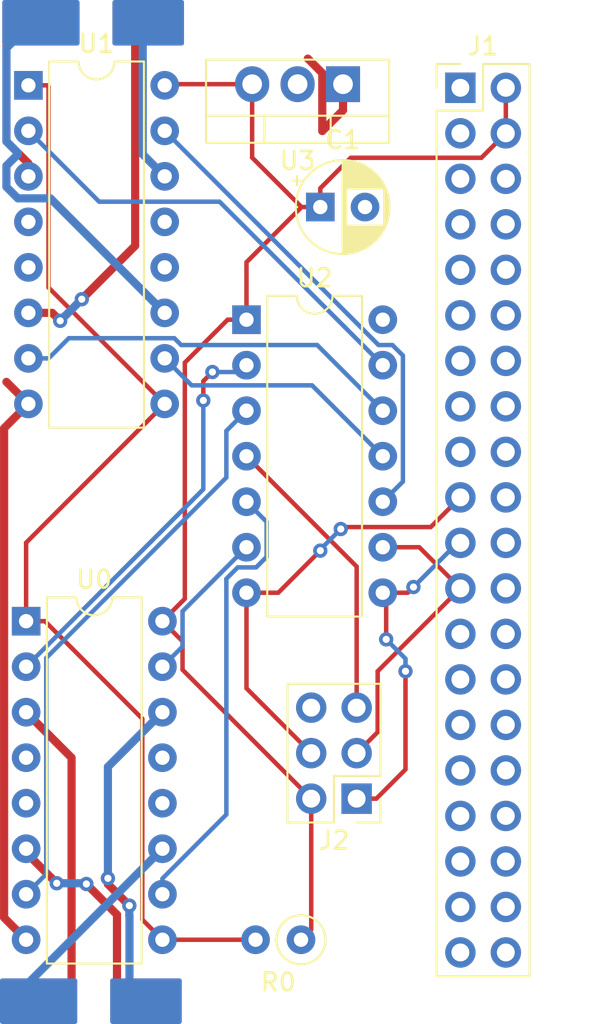
<source format=kicad_pcb>
(kicad_pcb (version 20171130) (host pcbnew 5.1.5-52549c5~86~ubuntu18.04.1)

  (general
    (thickness 1.6)
    (drawings 0)
    (tracks 171)
    (zones 0)
    (modules 8)
    (nets 52)
  )

  (page A4)
  (layers
    (0 F.Cu signal)
    (31 B.Cu signal)
    (32 B.Adhes user)
    (33 F.Adhes user)
    (34 B.Paste user)
    (35 F.Paste user)
    (36 B.SilkS user)
    (37 F.SilkS user)
    (38 B.Mask user)
    (39 F.Mask user)
    (40 Dwgs.User user)
    (41 Cmts.User user)
    (42 Eco1.User user)
    (43 Eco2.User user)
    (44 Edge.Cuts user)
    (45 Margin user)
    (46 B.CrtYd user)
    (47 F.CrtYd user)
    (48 B.Fab user)
    (49 F.Fab user)
  )

  (setup
    (last_trace_width 0.4572)
    (user_trace_width 0.4572)
    (trace_clearance 0.2)
    (zone_clearance 0.508)
    (zone_45_only no)
    (trace_min 0.2)
    (via_size 0.8)
    (via_drill 0.4)
    (via_min_size 0.4)
    (via_min_drill 0.3)
    (uvia_size 0.3)
    (uvia_drill 0.1)
    (uvias_allowed no)
    (uvia_min_size 0.2)
    (uvia_min_drill 0.1)
    (edge_width 0.05)
    (segment_width 0.2)
    (pcb_text_width 0.3)
    (pcb_text_size 1.5 1.5)
    (mod_edge_width 0.12)
    (mod_text_size 1 1)
    (mod_text_width 0.15)
    (pad_size 1.524 1.524)
    (pad_drill 0.762)
    (pad_to_mask_clearance 0.051)
    (solder_mask_min_width 0.25)
    (aux_axis_origin 0 0)
    (visible_elements FFFFFF7F)
    (pcbplotparams
      (layerselection 0x010fc_ffffffff)
      (usegerberextensions false)
      (usegerberattributes false)
      (usegerberadvancedattributes false)
      (creategerberjobfile false)
      (excludeedgelayer true)
      (linewidth 0.100000)
      (plotframeref false)
      (viasonmask false)
      (mode 1)
      (useauxorigin false)
      (hpglpennumber 1)
      (hpglpenspeed 20)
      (hpglpendiameter 15.000000)
      (psnegative false)
      (psa4output false)
      (plotreference true)
      (plotvalue true)
      (plotinvisibletext false)
      (padsonsilk false)
      (subtractmaskfromsilk false)
      (outputformat 1)
      (mirror false)
      (drillshape 1)
      (scaleselection 1)
      (outputdirectory ""))
  )

  (net 0 "")
  (net 1 GND)
  (net 2 VCC)
  (net 3 "Net-(J1-Pad40)")
  (net 4 "Net-(J1-Pad38)")
  (net 5 "Net-(J1-Pad37)")
  (net 6 "Net-(J1-Pad36)")
  (net 7 "Net-(J1-Pad35)")
  (net 8 "Net-(J1-Pad33)")
  (net 9 "Net-(J1-Pad32)")
  (net 10 "Net-(J1-Pad31)")
  (net 11 "Net-(J1-Pad29)")
  (net 12 "Net-(J1-Pad28)")
  (net 13 "Net-(J1-Pad27)")
  (net 14 "Net-(J1-Pad26)")
  (net 15 "Net-(J1-Pad24)")
  (net 16 SCK)
  (net 17 "Net-(J1-Pad22)")
  (net 18 MISO)
  (net 19 MOSI)
  (net 20 "Net-(J1-Pad18)")
  (net 21 "Net-(J1-Pad17)")
  (net 22 "Net-(J1-Pad16)")
  (net 23 "Net-(J1-Pad15)")
  (net 24 "Net-(J1-Pad13)")
  (net 25 "Net-(J1-Pad12)")
  (net 26 "Net-(J1-Pad11)")
  (net 27 "Net-(J1-Pad10)")
  (net 28 "Net-(J1-Pad8)")
  (net 29 "Net-(J1-Pad7)")
  (net 30 "Net-(J1-Pad5)")
  (net 31 "Net-(J1-Pad3)")
  (net 32 "Net-(J1-Pad1)")
  (net 33 RST)
  (net 34 "Net-(R0-Pad2)")
  (net 35 M0-coil1-1)
  (net 36 M0-coil0-1)
  (net 37 M0-coil1-b)
  (net 38 M0-coil0-b)
  (net 39 M0-coil1-a)
  (net 40 M0-coil0-a)
  (net 41 M0-coil1-0)
  (net 42 M0-coil0-0)
  (net 43 M1-coil1-1)
  (net 44 M1-coil0-1)
  (net 45 M1-coil1-b)
  (net 46 M1-coil0-b)
  (net 47 M1-coil1-a)
  (net 48 M1-coil0-a)
  (net 49 M1-coil1-0)
  (net 50 M1-coil0-0)
  (net 51 VDC)

  (net_class Default "This is the default net class."
    (clearance 0.2)
    (trace_width 0.25)
    (via_dia 0.8)
    (via_drill 0.4)
    (uvia_dia 0.3)
    (uvia_drill 0.1)
    (add_net GND)
    (add_net M0-coil0-0)
    (add_net M0-coil0-1)
    (add_net M0-coil0-a)
    (add_net M0-coil0-b)
    (add_net M0-coil1-0)
    (add_net M0-coil1-1)
    (add_net M0-coil1-a)
    (add_net M0-coil1-b)
    (add_net M1-coil0-0)
    (add_net M1-coil0-1)
    (add_net M1-coil0-a)
    (add_net M1-coil0-b)
    (add_net M1-coil1-0)
    (add_net M1-coil1-1)
    (add_net M1-coil1-a)
    (add_net M1-coil1-b)
    (add_net MISO)
    (add_net MOSI)
    (add_net "Net-(J1-Pad1)")
    (add_net "Net-(J1-Pad10)")
    (add_net "Net-(J1-Pad11)")
    (add_net "Net-(J1-Pad12)")
    (add_net "Net-(J1-Pad13)")
    (add_net "Net-(J1-Pad15)")
    (add_net "Net-(J1-Pad16)")
    (add_net "Net-(J1-Pad17)")
    (add_net "Net-(J1-Pad18)")
    (add_net "Net-(J1-Pad22)")
    (add_net "Net-(J1-Pad24)")
    (add_net "Net-(J1-Pad26)")
    (add_net "Net-(J1-Pad27)")
    (add_net "Net-(J1-Pad28)")
    (add_net "Net-(J1-Pad29)")
    (add_net "Net-(J1-Pad3)")
    (add_net "Net-(J1-Pad31)")
    (add_net "Net-(J1-Pad32)")
    (add_net "Net-(J1-Pad33)")
    (add_net "Net-(J1-Pad35)")
    (add_net "Net-(J1-Pad36)")
    (add_net "Net-(J1-Pad37)")
    (add_net "Net-(J1-Pad38)")
    (add_net "Net-(J1-Pad40)")
    (add_net "Net-(J1-Pad5)")
    (add_net "Net-(J1-Pad7)")
    (add_net "Net-(J1-Pad8)")
    (add_net "Net-(R0-Pad2)")
    (add_net RST)
    (add_net SCK)
    (add_net VCC)
    (add_net VDC)
  )

  (module Package_TO_SOT_THT:TO-220-3_Vertical (layer F.Cu) (tedit 5AC8BA0D) (tstamp 5EBF12F7)
    (at 126.365 72.644 180)
    (descr "TO-220-3, Vertical, RM 2.54mm, see https://www.vishay.com/docs/66542/to-220-1.pdf")
    (tags "TO-220-3 Vertical RM 2.54mm")
    (path /5EBB398D)
    (fp_text reference U3 (at 2.54 -4.27) (layer F.SilkS)
      (effects (font (size 1 1) (thickness 0.15)))
    )
    (fp_text value L7805 (at 2.54 2.5) (layer F.Fab)
      (effects (font (size 1 1) (thickness 0.15)))
    )
    (fp_text user %R (at 2.54 -4.27) (layer F.Fab)
      (effects (font (size 1 1) (thickness 0.15)))
    )
    (fp_line (start 7.79 -3.4) (end -2.71 -3.4) (layer F.CrtYd) (width 0.05))
    (fp_line (start 7.79 1.51) (end 7.79 -3.4) (layer F.CrtYd) (width 0.05))
    (fp_line (start -2.71 1.51) (end 7.79 1.51) (layer F.CrtYd) (width 0.05))
    (fp_line (start -2.71 -3.4) (end -2.71 1.51) (layer F.CrtYd) (width 0.05))
    (fp_line (start 4.391 -3.27) (end 4.391 -1.76) (layer F.SilkS) (width 0.12))
    (fp_line (start 0.69 -3.27) (end 0.69 -1.76) (layer F.SilkS) (width 0.12))
    (fp_line (start -2.58 -1.76) (end 7.66 -1.76) (layer F.SilkS) (width 0.12))
    (fp_line (start 7.66 -3.27) (end 7.66 1.371) (layer F.SilkS) (width 0.12))
    (fp_line (start -2.58 -3.27) (end -2.58 1.371) (layer F.SilkS) (width 0.12))
    (fp_line (start -2.58 1.371) (end 7.66 1.371) (layer F.SilkS) (width 0.12))
    (fp_line (start -2.58 -3.27) (end 7.66 -3.27) (layer F.SilkS) (width 0.12))
    (fp_line (start 4.39 -3.15) (end 4.39 -1.88) (layer F.Fab) (width 0.1))
    (fp_line (start 0.69 -3.15) (end 0.69 -1.88) (layer F.Fab) (width 0.1))
    (fp_line (start -2.46 -1.88) (end 7.54 -1.88) (layer F.Fab) (width 0.1))
    (fp_line (start 7.54 -3.15) (end -2.46 -3.15) (layer F.Fab) (width 0.1))
    (fp_line (start 7.54 1.25) (end 7.54 -3.15) (layer F.Fab) (width 0.1))
    (fp_line (start -2.46 1.25) (end 7.54 1.25) (layer F.Fab) (width 0.1))
    (fp_line (start -2.46 -3.15) (end -2.46 1.25) (layer F.Fab) (width 0.1))
    (pad 3 thru_hole oval (at 5.08 0 180) (size 1.905 2) (drill 1.1) (layers *.Cu *.Mask)
      (net 2 VCC))
    (pad 2 thru_hole oval (at 2.54 0 180) (size 1.905 2) (drill 1.1) (layers *.Cu *.Mask)
      (net 1 GND))
    (pad 1 thru_hole rect (at 0 0 180) (size 1.905 2) (drill 1.1) (layers *.Cu *.Mask)
      (net 51 VDC))
    (model ${KISYS3DMOD}/Package_TO_SOT_THT.3dshapes/TO-220-3_Vertical.wrl
      (at (xyz 0 0 0))
      (scale (xyz 1 1 1))
      (rotate (xyz 0 0 0))
    )
  )

  (module Package_DIP:DIP-14_W7.62mm (layer F.Cu) (tedit 5A02E8C5) (tstamp 5EBF192C)
    (at 120.9675 85.7885)
    (descr "14-lead though-hole mounted DIP package, row spacing 7.62 mm (300 mils)")
    (tags "THT DIP DIL PDIP 2.54mm 7.62mm 300mil")
    (path /5EBF24A5)
    (fp_text reference U2 (at 3.81 -2.33) (layer F.SilkS)
      (effects (font (size 1 1) (thickness 0.15)))
    )
    (fp_text value ATtiny24A-PU (at 3.81 17.57) (layer F.Fab)
      (effects (font (size 1 1) (thickness 0.15)))
    )
    (fp_text user %R (at 3.81 7.62) (layer F.Fab)
      (effects (font (size 1 1) (thickness 0.15)))
    )
    (fp_line (start 8.7 -1.55) (end -1.1 -1.55) (layer F.CrtYd) (width 0.05))
    (fp_line (start 8.7 16.8) (end 8.7 -1.55) (layer F.CrtYd) (width 0.05))
    (fp_line (start -1.1 16.8) (end 8.7 16.8) (layer F.CrtYd) (width 0.05))
    (fp_line (start -1.1 -1.55) (end -1.1 16.8) (layer F.CrtYd) (width 0.05))
    (fp_line (start 6.46 -1.33) (end 4.81 -1.33) (layer F.SilkS) (width 0.12))
    (fp_line (start 6.46 16.57) (end 6.46 -1.33) (layer F.SilkS) (width 0.12))
    (fp_line (start 1.16 16.57) (end 6.46 16.57) (layer F.SilkS) (width 0.12))
    (fp_line (start 1.16 -1.33) (end 1.16 16.57) (layer F.SilkS) (width 0.12))
    (fp_line (start 2.81 -1.33) (end 1.16 -1.33) (layer F.SilkS) (width 0.12))
    (fp_line (start 0.635 -0.27) (end 1.635 -1.27) (layer F.Fab) (width 0.1))
    (fp_line (start 0.635 16.51) (end 0.635 -0.27) (layer F.Fab) (width 0.1))
    (fp_line (start 6.985 16.51) (end 0.635 16.51) (layer F.Fab) (width 0.1))
    (fp_line (start 6.985 -1.27) (end 6.985 16.51) (layer F.Fab) (width 0.1))
    (fp_line (start 1.635 -1.27) (end 6.985 -1.27) (layer F.Fab) (width 0.1))
    (fp_arc (start 3.81 -1.33) (end 2.81 -1.33) (angle -180) (layer F.SilkS) (width 0.12))
    (pad 14 thru_hole oval (at 7.62 0) (size 1.6 1.6) (drill 0.8) (layers *.Cu *.Mask)
      (net 1 GND))
    (pad 7 thru_hole oval (at 0 15.24) (size 1.6 1.6) (drill 0.8) (layers *.Cu *.Mask)
      (net 19 MOSI))
    (pad 13 thru_hole oval (at 7.62 2.54) (size 1.6 1.6) (drill 0.8) (layers *.Cu *.Mask)
      (net 50 M1-coil0-0))
    (pad 6 thru_hole oval (at 0 12.7) (size 1.6 1.6) (drill 0.8) (layers *.Cu *.Mask)
      (net 35 M0-coil1-1))
    (pad 12 thru_hole oval (at 7.62 5.08) (size 1.6 1.6) (drill 0.8) (layers *.Cu *.Mask)
      (net 44 M1-coil0-1))
    (pad 5 thru_hole oval (at 0 10.16) (size 1.6 1.6) (drill 0.8) (layers *.Cu *.Mask)
      (net 41 M0-coil1-0))
    (pad 11 thru_hole oval (at 7.62 7.62) (size 1.6 1.6) (drill 0.8) (layers *.Cu *.Mask)
      (net 49 M1-coil1-0))
    (pad 4 thru_hole oval (at 0 7.62) (size 1.6 1.6) (drill 0.8) (layers *.Cu *.Mask)
      (net 33 RST))
    (pad 10 thru_hole oval (at 7.62 10.16) (size 1.6 1.6) (drill 0.8) (layers *.Cu *.Mask)
      (net 43 M1-coil1-1))
    (pad 3 thru_hole oval (at 0 5.08) (size 1.6 1.6) (drill 0.8) (layers *.Cu *.Mask)
      (net 36 M0-coil0-1))
    (pad 9 thru_hole oval (at 7.62 12.7) (size 1.6 1.6) (drill 0.8) (layers *.Cu *.Mask)
      (net 16 SCK))
    (pad 2 thru_hole oval (at 0 2.54) (size 1.6 1.6) (drill 0.8) (layers *.Cu *.Mask)
      (net 42 M0-coil0-0))
    (pad 8 thru_hole oval (at 7.62 15.24) (size 1.6 1.6) (drill 0.8) (layers *.Cu *.Mask)
      (net 18 MISO))
    (pad 1 thru_hole rect (at 0 0) (size 1.6 1.6) (drill 0.8) (layers *.Cu *.Mask)
      (net 2 VCC))
    (model ${KISYS3DMOD}/Package_DIP.3dshapes/DIP-14_W7.62mm.wrl
      (at (xyz 0 0 0))
      (scale (xyz 1 1 1))
      (rotate (xyz 0 0 0))
    )
  )

  (module Package_DIP:DIP-16_W7.62mm (layer F.Cu) (tedit 5A02E8C5) (tstamp 5EBF12BB)
    (at 108.7755 72.7075)
    (descr "16-lead though-hole mounted DIP package, row spacing 7.62 mm (300 mils)")
    (tags "THT DIP DIL PDIP 2.54mm 7.62mm 300mil")
    (path /5EB7E57E)
    (fp_text reference U1 (at 3.81 -2.33) (layer F.SilkS)
      (effects (font (size 1 1) (thickness 0.15)))
    )
    (fp_text value L293D (at 3.81 20.11) (layer F.Fab)
      (effects (font (size 1 1) (thickness 0.15)))
    )
    (fp_text user %R (at 3.81 8.89) (layer F.Fab)
      (effects (font (size 1 1) (thickness 0.15)))
    )
    (fp_line (start 8.7 -1.55) (end -1.1 -1.55) (layer F.CrtYd) (width 0.05))
    (fp_line (start 8.7 19.3) (end 8.7 -1.55) (layer F.CrtYd) (width 0.05))
    (fp_line (start -1.1 19.3) (end 8.7 19.3) (layer F.CrtYd) (width 0.05))
    (fp_line (start -1.1 -1.55) (end -1.1 19.3) (layer F.CrtYd) (width 0.05))
    (fp_line (start 6.46 -1.33) (end 4.81 -1.33) (layer F.SilkS) (width 0.12))
    (fp_line (start 6.46 19.11) (end 6.46 -1.33) (layer F.SilkS) (width 0.12))
    (fp_line (start 1.16 19.11) (end 6.46 19.11) (layer F.SilkS) (width 0.12))
    (fp_line (start 1.16 -1.33) (end 1.16 19.11) (layer F.SilkS) (width 0.12))
    (fp_line (start 2.81 -1.33) (end 1.16 -1.33) (layer F.SilkS) (width 0.12))
    (fp_line (start 0.635 -0.27) (end 1.635 -1.27) (layer F.Fab) (width 0.1))
    (fp_line (start 0.635 19.05) (end 0.635 -0.27) (layer F.Fab) (width 0.1))
    (fp_line (start 6.985 19.05) (end 0.635 19.05) (layer F.Fab) (width 0.1))
    (fp_line (start 6.985 -1.27) (end 6.985 19.05) (layer F.Fab) (width 0.1))
    (fp_line (start 1.635 -1.27) (end 6.985 -1.27) (layer F.Fab) (width 0.1))
    (fp_arc (start 3.81 -1.33) (end 2.81 -1.33) (angle -180) (layer F.SilkS) (width 0.12))
    (pad 16 thru_hole oval (at 7.62 0) (size 1.6 1.6) (drill 0.8) (layers *.Cu *.Mask)
      (net 2 VCC))
    (pad 8 thru_hole oval (at 0 17.78) (size 1.6 1.6) (drill 0.8) (layers *.Cu *.Mask)
      (net 51 VDC))
    (pad 15 thru_hole oval (at 7.62 2.54) (size 1.6 1.6) (drill 0.8) (layers *.Cu *.Mask)
      (net 43 M1-coil1-1))
    (pad 7 thru_hole oval (at 0 15.24) (size 1.6 1.6) (drill 0.8) (layers *.Cu *.Mask)
      (net 44 M1-coil0-1))
    (pad 14 thru_hole oval (at 7.62 5.08) (size 1.6 1.6) (drill 0.8) (layers *.Cu *.Mask)
      (net 45 M1-coil1-b))
    (pad 6 thru_hole oval (at 0 12.7) (size 1.6 1.6) (drill 0.8) (layers *.Cu *.Mask)
      (net 46 M1-coil0-b))
    (pad 13 thru_hole oval (at 7.62 7.62) (size 1.6 1.6) (drill 0.8) (layers *.Cu *.Mask)
      (net 1 GND))
    (pad 5 thru_hole oval (at 0 10.16) (size 1.6 1.6) (drill 0.8) (layers *.Cu *.Mask)
      (net 1 GND))
    (pad 12 thru_hole oval (at 7.62 10.16) (size 1.6 1.6) (drill 0.8) (layers *.Cu *.Mask)
      (net 1 GND))
    (pad 4 thru_hole oval (at 0 7.62) (size 1.6 1.6) (drill 0.8) (layers *.Cu *.Mask)
      (net 1 GND))
    (pad 11 thru_hole oval (at 7.62 12.7) (size 1.6 1.6) (drill 0.8) (layers *.Cu *.Mask)
      (net 47 M1-coil1-a))
    (pad 3 thru_hole oval (at 0 5.08) (size 1.6 1.6) (drill 0.8) (layers *.Cu *.Mask)
      (net 48 M1-coil0-a))
    (pad 10 thru_hole oval (at 7.62 15.24) (size 1.6 1.6) (drill 0.8) (layers *.Cu *.Mask)
      (net 49 M1-coil1-0))
    (pad 2 thru_hole oval (at 0 2.54) (size 1.6 1.6) (drill 0.8) (layers *.Cu *.Mask)
      (net 50 M1-coil0-0))
    (pad 9 thru_hole oval (at 7.62 17.78) (size 1.6 1.6) (drill 0.8) (layers *.Cu *.Mask)
      (net 34 "Net-(R0-Pad2)"))
    (pad 1 thru_hole rect (at 0 0) (size 1.6 1.6) (drill 0.8) (layers *.Cu *.Mask)
      (net 34 "Net-(R0-Pad2)"))
    (model ${KISYS3DMOD}/Package_DIP.3dshapes/DIP-16_W7.62mm.wrl
      (at (xyz 0 0 0))
      (scale (xyz 1 1 1))
      (rotate (xyz 0 0 0))
    )
  )

  (module Package_DIP:DIP-16_W7.62mm (layer F.Cu) (tedit 5A02E8C5) (tstamp 5EBF1AD5)
    (at 108.6485 102.616)
    (descr "16-lead though-hole mounted DIP package, row spacing 7.62 mm (300 mils)")
    (tags "THT DIP DIL PDIP 2.54mm 7.62mm 300mil")
    (path /5EB772E1)
    (fp_text reference U0 (at 3.81 -2.33) (layer F.SilkS)
      (effects (font (size 1 1) (thickness 0.15)))
    )
    (fp_text value L293D (at 3.81 20.11) (layer F.Fab)
      (effects (font (size 1 1) (thickness 0.15)))
    )
    (fp_text user %R (at 3.81 8.89) (layer F.Fab)
      (effects (font (size 1 1) (thickness 0.15)))
    )
    (fp_line (start 8.7 -1.55) (end -1.1 -1.55) (layer F.CrtYd) (width 0.05))
    (fp_line (start 8.7 19.3) (end 8.7 -1.55) (layer F.CrtYd) (width 0.05))
    (fp_line (start -1.1 19.3) (end 8.7 19.3) (layer F.CrtYd) (width 0.05))
    (fp_line (start -1.1 -1.55) (end -1.1 19.3) (layer F.CrtYd) (width 0.05))
    (fp_line (start 6.46 -1.33) (end 4.81 -1.33) (layer F.SilkS) (width 0.12))
    (fp_line (start 6.46 19.11) (end 6.46 -1.33) (layer F.SilkS) (width 0.12))
    (fp_line (start 1.16 19.11) (end 6.46 19.11) (layer F.SilkS) (width 0.12))
    (fp_line (start 1.16 -1.33) (end 1.16 19.11) (layer F.SilkS) (width 0.12))
    (fp_line (start 2.81 -1.33) (end 1.16 -1.33) (layer F.SilkS) (width 0.12))
    (fp_line (start 0.635 -0.27) (end 1.635 -1.27) (layer F.Fab) (width 0.1))
    (fp_line (start 0.635 19.05) (end 0.635 -0.27) (layer F.Fab) (width 0.1))
    (fp_line (start 6.985 19.05) (end 0.635 19.05) (layer F.Fab) (width 0.1))
    (fp_line (start 6.985 -1.27) (end 6.985 19.05) (layer F.Fab) (width 0.1))
    (fp_line (start 1.635 -1.27) (end 6.985 -1.27) (layer F.Fab) (width 0.1))
    (fp_arc (start 3.81 -1.33) (end 2.81 -1.33) (angle -180) (layer F.SilkS) (width 0.12))
    (pad 16 thru_hole oval (at 7.62 0) (size 1.6 1.6) (drill 0.8) (layers *.Cu *.Mask)
      (net 2 VCC))
    (pad 8 thru_hole oval (at 0 17.78) (size 1.6 1.6) (drill 0.8) (layers *.Cu *.Mask)
      (net 51 VDC))
    (pad 15 thru_hole oval (at 7.62 2.54) (size 1.6 1.6) (drill 0.8) (layers *.Cu *.Mask)
      (net 35 M0-coil1-1))
    (pad 7 thru_hole oval (at 0 15.24) (size 1.6 1.6) (drill 0.8) (layers *.Cu *.Mask)
      (net 36 M0-coil0-1))
    (pad 14 thru_hole oval (at 7.62 5.08) (size 1.6 1.6) (drill 0.8) (layers *.Cu *.Mask)
      (net 37 M0-coil1-b))
    (pad 6 thru_hole oval (at 0 12.7) (size 1.6 1.6) (drill 0.8) (layers *.Cu *.Mask)
      (net 38 M0-coil0-b))
    (pad 13 thru_hole oval (at 7.62 7.62) (size 1.6 1.6) (drill 0.8) (layers *.Cu *.Mask)
      (net 1 GND))
    (pad 5 thru_hole oval (at 0 10.16) (size 1.6 1.6) (drill 0.8) (layers *.Cu *.Mask)
      (net 1 GND))
    (pad 12 thru_hole oval (at 7.62 10.16) (size 1.6 1.6) (drill 0.8) (layers *.Cu *.Mask)
      (net 1 GND))
    (pad 4 thru_hole oval (at 0 7.62) (size 1.6 1.6) (drill 0.8) (layers *.Cu *.Mask)
      (net 1 GND))
    (pad 11 thru_hole oval (at 7.62 12.7) (size 1.6 1.6) (drill 0.8) (layers *.Cu *.Mask)
      (net 39 M0-coil1-a))
    (pad 3 thru_hole oval (at 0 5.08) (size 1.6 1.6) (drill 0.8) (layers *.Cu *.Mask)
      (net 40 M0-coil0-a))
    (pad 10 thru_hole oval (at 7.62 15.24) (size 1.6 1.6) (drill 0.8) (layers *.Cu *.Mask)
      (net 41 M0-coil1-0))
    (pad 2 thru_hole oval (at 0 2.54) (size 1.6 1.6) (drill 0.8) (layers *.Cu *.Mask)
      (net 42 M0-coil0-0))
    (pad 9 thru_hole oval (at 7.62 17.78) (size 1.6 1.6) (drill 0.8) (layers *.Cu *.Mask)
      (net 34 "Net-(R0-Pad2)"))
    (pad 1 thru_hole rect (at 0 0) (size 1.6 1.6) (drill 0.8) (layers *.Cu *.Mask)
      (net 34 "Net-(R0-Pad2)"))
    (model ${KISYS3DMOD}/Package_DIP.3dshapes/DIP-16_W7.62mm.wrl
      (at (xyz 0 0 0))
      (scale (xyz 1 1 1))
      (rotate (xyz 0 0 0))
    )
  )

  (module Resistor_THT:R_Axial_DIN0207_L6.3mm_D2.5mm_P2.54mm_Vertical (layer F.Cu) (tedit 5AE5139B) (tstamp 5EBF1273)
    (at 124.0155 120.396 180)
    (descr "Resistor, Axial_DIN0207 series, Axial, Vertical, pin pitch=2.54mm, 0.25W = 1/4W, length*diameter=6.3*2.5mm^2, http://cdn-reichelt.de/documents/datenblatt/B400/1_4W%23YAG.pdf")
    (tags "Resistor Axial_DIN0207 series Axial Vertical pin pitch 2.54mm 0.25W = 1/4W length 6.3mm diameter 2.5mm")
    (path /5EB854AF)
    (fp_text reference R0 (at 1.27 -2.37) (layer F.SilkS)
      (effects (font (size 1 1) (thickness 0.15)))
    )
    (fp_text value 10K (at 1.27 2.37) (layer F.Fab)
      (effects (font (size 1 1) (thickness 0.15)))
    )
    (fp_text user %R (at 1.27 -2.37) (layer F.Fab)
      (effects (font (size 1 1) (thickness 0.15)))
    )
    (fp_line (start 3.59 -1.5) (end -1.5 -1.5) (layer F.CrtYd) (width 0.05))
    (fp_line (start 3.59 1.5) (end 3.59 -1.5) (layer F.CrtYd) (width 0.05))
    (fp_line (start -1.5 1.5) (end 3.59 1.5) (layer F.CrtYd) (width 0.05))
    (fp_line (start -1.5 -1.5) (end -1.5 1.5) (layer F.CrtYd) (width 0.05))
    (fp_line (start 1.37 0) (end 1.44 0) (layer F.SilkS) (width 0.12))
    (fp_line (start 0 0) (end 2.54 0) (layer F.Fab) (width 0.1))
    (fp_circle (center 0 0) (end 1.37 0) (layer F.SilkS) (width 0.12))
    (fp_circle (center 0 0) (end 1.25 0) (layer F.Fab) (width 0.1))
    (pad 2 thru_hole oval (at 2.54 0 180) (size 1.6 1.6) (drill 0.8) (layers *.Cu *.Mask)
      (net 34 "Net-(R0-Pad2)"))
    (pad 1 thru_hole circle (at 0 0 180) (size 1.6 1.6) (drill 0.8) (layers *.Cu *.Mask)
      (net 2 VCC))
    (model ${KISYS3DMOD}/Resistor_THT.3dshapes/R_Axial_DIN0207_L6.3mm_D2.5mm_P2.54mm_Vertical.wrl
      (at (xyz 0 0 0))
      (scale (xyz 1 1 1))
      (rotate (xyz 0 0 0))
    )
  )

  (module Connector_PinHeader_2.54mm:PinHeader_2x03_P2.54mm_Vertical (layer F.Cu) (tedit 59FED5CC) (tstamp 5EBF1A11)
    (at 127.127 112.522 180)
    (descr "Through hole straight pin header, 2x03, 2.54mm pitch, double rows")
    (tags "Through hole pin header THT 2x03 2.54mm double row")
    (path /5EBF7BFA)
    (fp_text reference J2 (at 1.27 -2.33) (layer F.SilkS)
      (effects (font (size 1 1) (thickness 0.15)))
    )
    (fp_text value Conn_02x03_Odd_Even (at 1.27 7.41) (layer F.Fab)
      (effects (font (size 1 1) (thickness 0.15)))
    )
    (fp_text user %R (at 1.27 2.54 90) (layer F.Fab)
      (effects (font (size 1 1) (thickness 0.15)))
    )
    (fp_line (start 4.35 -1.8) (end -1.8 -1.8) (layer F.CrtYd) (width 0.05))
    (fp_line (start 4.35 6.85) (end 4.35 -1.8) (layer F.CrtYd) (width 0.05))
    (fp_line (start -1.8 6.85) (end 4.35 6.85) (layer F.CrtYd) (width 0.05))
    (fp_line (start -1.8 -1.8) (end -1.8 6.85) (layer F.CrtYd) (width 0.05))
    (fp_line (start -1.33 -1.33) (end 0 -1.33) (layer F.SilkS) (width 0.12))
    (fp_line (start -1.33 0) (end -1.33 -1.33) (layer F.SilkS) (width 0.12))
    (fp_line (start 1.27 -1.33) (end 3.87 -1.33) (layer F.SilkS) (width 0.12))
    (fp_line (start 1.27 1.27) (end 1.27 -1.33) (layer F.SilkS) (width 0.12))
    (fp_line (start -1.33 1.27) (end 1.27 1.27) (layer F.SilkS) (width 0.12))
    (fp_line (start 3.87 -1.33) (end 3.87 6.41) (layer F.SilkS) (width 0.12))
    (fp_line (start -1.33 1.27) (end -1.33 6.41) (layer F.SilkS) (width 0.12))
    (fp_line (start -1.33 6.41) (end 3.87 6.41) (layer F.SilkS) (width 0.12))
    (fp_line (start -1.27 0) (end 0 -1.27) (layer F.Fab) (width 0.1))
    (fp_line (start -1.27 6.35) (end -1.27 0) (layer F.Fab) (width 0.1))
    (fp_line (start 3.81 6.35) (end -1.27 6.35) (layer F.Fab) (width 0.1))
    (fp_line (start 3.81 -1.27) (end 3.81 6.35) (layer F.Fab) (width 0.1))
    (fp_line (start 0 -1.27) (end 3.81 -1.27) (layer F.Fab) (width 0.1))
    (pad 6 thru_hole oval (at 2.54 5.08 180) (size 1.7 1.7) (drill 1) (layers *.Cu *.Mask)
      (net 1 GND))
    (pad 5 thru_hole oval (at 0 5.08 180) (size 1.7 1.7) (drill 1) (layers *.Cu *.Mask)
      (net 33 RST))
    (pad 4 thru_hole oval (at 2.54 2.54 180) (size 1.7 1.7) (drill 1) (layers *.Cu *.Mask)
      (net 19 MOSI))
    (pad 3 thru_hole oval (at 0 2.54 180) (size 1.7 1.7) (drill 1) (layers *.Cu *.Mask)
      (net 16 SCK))
    (pad 2 thru_hole oval (at 2.54 0 180) (size 1.7 1.7) (drill 1) (layers *.Cu *.Mask)
      (net 2 VCC))
    (pad 1 thru_hole rect (at 0 0 180) (size 1.7 1.7) (drill 1) (layers *.Cu *.Mask)
      (net 18 MISO))
    (model ${KISYS3DMOD}/Connector_PinHeader_2.54mm.3dshapes/PinHeader_2x03_P2.54mm_Vertical.wrl
      (at (xyz 0 0 0))
      (scale (xyz 1 1 1))
      (rotate (xyz 0 0 0))
    )
  )

  (module Connector_PinHeader_2.54mm:PinHeader_2x20_P2.54mm_Vertical (layer F.Cu) (tedit 59FED5CC) (tstamp 5EBF1248)
    (at 132.926225 72.846)
    (descr "Through hole straight pin header, 2x20, 2.54mm pitch, double rows")
    (tags "Through hole pin header THT 2x20 2.54mm double row")
    (path /5EB83C47)
    (fp_text reference J1 (at 1.27 -2.33) (layer F.SilkS)
      (effects (font (size 1 1) (thickness 0.15)))
    )
    (fp_text value Raspberry_Pi_2_3 (at 1.27 50.59) (layer F.Fab)
      (effects (font (size 1 1) (thickness 0.15)))
    )
    (fp_text user %R (at 1.27 24.13 90) (layer F.Fab)
      (effects (font (size 1 1) (thickness 0.15)))
    )
    (fp_line (start 4.35 -1.8) (end -1.8 -1.8) (layer F.CrtYd) (width 0.05))
    (fp_line (start 4.35 50.05) (end 4.35 -1.8) (layer F.CrtYd) (width 0.05))
    (fp_line (start -1.8 50.05) (end 4.35 50.05) (layer F.CrtYd) (width 0.05))
    (fp_line (start -1.8 -1.8) (end -1.8 50.05) (layer F.CrtYd) (width 0.05))
    (fp_line (start -1.33 -1.33) (end 0 -1.33) (layer F.SilkS) (width 0.12))
    (fp_line (start -1.33 0) (end -1.33 -1.33) (layer F.SilkS) (width 0.12))
    (fp_line (start 1.27 -1.33) (end 3.87 -1.33) (layer F.SilkS) (width 0.12))
    (fp_line (start 1.27 1.27) (end 1.27 -1.33) (layer F.SilkS) (width 0.12))
    (fp_line (start -1.33 1.27) (end 1.27 1.27) (layer F.SilkS) (width 0.12))
    (fp_line (start 3.87 -1.33) (end 3.87 49.59) (layer F.SilkS) (width 0.12))
    (fp_line (start -1.33 1.27) (end -1.33 49.59) (layer F.SilkS) (width 0.12))
    (fp_line (start -1.33 49.59) (end 3.87 49.59) (layer F.SilkS) (width 0.12))
    (fp_line (start -1.27 0) (end 0 -1.27) (layer F.Fab) (width 0.1))
    (fp_line (start -1.27 49.53) (end -1.27 0) (layer F.Fab) (width 0.1))
    (fp_line (start 3.81 49.53) (end -1.27 49.53) (layer F.Fab) (width 0.1))
    (fp_line (start 3.81 -1.27) (end 3.81 49.53) (layer F.Fab) (width 0.1))
    (fp_line (start 0 -1.27) (end 3.81 -1.27) (layer F.Fab) (width 0.1))
    (pad 40 thru_hole oval (at 2.54 48.26) (size 1.7 1.7) (drill 1) (layers *.Cu *.Mask)
      (net 3 "Net-(J1-Pad40)"))
    (pad 39 thru_hole oval (at 0 48.26) (size 1.7 1.7) (drill 1) (layers *.Cu *.Mask)
      (net 1 GND))
    (pad 38 thru_hole oval (at 2.54 45.72) (size 1.7 1.7) (drill 1) (layers *.Cu *.Mask)
      (net 4 "Net-(J1-Pad38)"))
    (pad 37 thru_hole oval (at 0 45.72) (size 1.7 1.7) (drill 1) (layers *.Cu *.Mask)
      (net 5 "Net-(J1-Pad37)"))
    (pad 36 thru_hole oval (at 2.54 43.18) (size 1.7 1.7) (drill 1) (layers *.Cu *.Mask)
      (net 6 "Net-(J1-Pad36)"))
    (pad 35 thru_hole oval (at 0 43.18) (size 1.7 1.7) (drill 1) (layers *.Cu *.Mask)
      (net 7 "Net-(J1-Pad35)"))
    (pad 34 thru_hole oval (at 2.54 40.64) (size 1.7 1.7) (drill 1) (layers *.Cu *.Mask)
      (net 1 GND))
    (pad 33 thru_hole oval (at 0 40.64) (size 1.7 1.7) (drill 1) (layers *.Cu *.Mask)
      (net 8 "Net-(J1-Pad33)"))
    (pad 32 thru_hole oval (at 2.54 38.1) (size 1.7 1.7) (drill 1) (layers *.Cu *.Mask)
      (net 9 "Net-(J1-Pad32)"))
    (pad 31 thru_hole oval (at 0 38.1) (size 1.7 1.7) (drill 1) (layers *.Cu *.Mask)
      (net 10 "Net-(J1-Pad31)"))
    (pad 30 thru_hole oval (at 2.54 35.56) (size 1.7 1.7) (drill 1) (layers *.Cu *.Mask)
      (net 1 GND))
    (pad 29 thru_hole oval (at 0 35.56) (size 1.7 1.7) (drill 1) (layers *.Cu *.Mask)
      (net 11 "Net-(J1-Pad29)"))
    (pad 28 thru_hole oval (at 2.54 33.02) (size 1.7 1.7) (drill 1) (layers *.Cu *.Mask)
      (net 12 "Net-(J1-Pad28)"))
    (pad 27 thru_hole oval (at 0 33.02) (size 1.7 1.7) (drill 1) (layers *.Cu *.Mask)
      (net 13 "Net-(J1-Pad27)"))
    (pad 26 thru_hole oval (at 2.54 30.48) (size 1.7 1.7) (drill 1) (layers *.Cu *.Mask)
      (net 14 "Net-(J1-Pad26)"))
    (pad 25 thru_hole oval (at 0 30.48) (size 1.7 1.7) (drill 1) (layers *.Cu *.Mask)
      (net 1 GND))
    (pad 24 thru_hole oval (at 2.54 27.94) (size 1.7 1.7) (drill 1) (layers *.Cu *.Mask)
      (net 15 "Net-(J1-Pad24)"))
    (pad 23 thru_hole oval (at 0 27.94) (size 1.7 1.7) (drill 1) (layers *.Cu *.Mask)
      (net 16 SCK))
    (pad 22 thru_hole oval (at 2.54 25.4) (size 1.7 1.7) (drill 1) (layers *.Cu *.Mask)
      (net 17 "Net-(J1-Pad22)"))
    (pad 21 thru_hole oval (at 0 25.4) (size 1.7 1.7) (drill 1) (layers *.Cu *.Mask)
      (net 18 MISO))
    (pad 20 thru_hole oval (at 2.54 22.86) (size 1.7 1.7) (drill 1) (layers *.Cu *.Mask)
      (net 1 GND))
    (pad 19 thru_hole oval (at 0 22.86) (size 1.7 1.7) (drill 1) (layers *.Cu *.Mask)
      (net 19 MOSI))
    (pad 18 thru_hole oval (at 2.54 20.32) (size 1.7 1.7) (drill 1) (layers *.Cu *.Mask)
      (net 20 "Net-(J1-Pad18)"))
    (pad 17 thru_hole oval (at 0 20.32) (size 1.7 1.7) (drill 1) (layers *.Cu *.Mask)
      (net 21 "Net-(J1-Pad17)"))
    (pad 16 thru_hole oval (at 2.54 17.78) (size 1.7 1.7) (drill 1) (layers *.Cu *.Mask)
      (net 22 "Net-(J1-Pad16)"))
    (pad 15 thru_hole oval (at 0 17.78) (size 1.7 1.7) (drill 1) (layers *.Cu *.Mask)
      (net 23 "Net-(J1-Pad15)"))
    (pad 14 thru_hole oval (at 2.54 15.24) (size 1.7 1.7) (drill 1) (layers *.Cu *.Mask)
      (net 1 GND))
    (pad 13 thru_hole oval (at 0 15.24) (size 1.7 1.7) (drill 1) (layers *.Cu *.Mask)
      (net 24 "Net-(J1-Pad13)"))
    (pad 12 thru_hole oval (at 2.54 12.7) (size 1.7 1.7) (drill 1) (layers *.Cu *.Mask)
      (net 25 "Net-(J1-Pad12)"))
    (pad 11 thru_hole oval (at 0 12.7) (size 1.7 1.7) (drill 1) (layers *.Cu *.Mask)
      (net 26 "Net-(J1-Pad11)"))
    (pad 10 thru_hole oval (at 2.54 10.16) (size 1.7 1.7) (drill 1) (layers *.Cu *.Mask)
      (net 27 "Net-(J1-Pad10)"))
    (pad 9 thru_hole oval (at 0 10.16) (size 1.7 1.7) (drill 1) (layers *.Cu *.Mask)
      (net 1 GND))
    (pad 8 thru_hole oval (at 2.54 7.62) (size 1.7 1.7) (drill 1) (layers *.Cu *.Mask)
      (net 28 "Net-(J1-Pad8)"))
    (pad 7 thru_hole oval (at 0 7.62) (size 1.7 1.7) (drill 1) (layers *.Cu *.Mask)
      (net 29 "Net-(J1-Pad7)"))
    (pad 6 thru_hole oval (at 2.54 5.08) (size 1.7 1.7) (drill 1) (layers *.Cu *.Mask)
      (net 1 GND))
    (pad 5 thru_hole oval (at 0 5.08) (size 1.7 1.7) (drill 1) (layers *.Cu *.Mask)
      (net 30 "Net-(J1-Pad5)"))
    (pad 4 thru_hole oval (at 2.54 2.54) (size 1.7 1.7) (drill 1) (layers *.Cu *.Mask)
      (net 2 VCC))
    (pad 3 thru_hole oval (at 0 2.54) (size 1.7 1.7) (drill 1) (layers *.Cu *.Mask)
      (net 31 "Net-(J1-Pad3)"))
    (pad 2 thru_hole oval (at 2.54 0) (size 1.7 1.7) (drill 1) (layers *.Cu *.Mask)
      (net 2 VCC))
    (pad 1 thru_hole rect (at 0 0) (size 1.7 1.7) (drill 1) (layers *.Cu *.Mask)
      (net 32 "Net-(J1-Pad1)"))
    (model ${KISYS3DMOD}/Connector_PinHeader_2.54mm.3dshapes/PinHeader_2x20_P2.54mm_Vertical.wrl
      (at (xyz 0 0 0))
      (scale (xyz 1 1 1))
      (rotate (xyz 0 0 0))
    )
  )

  (module Capacitor_THT:CP_Radial_D5.0mm_P2.50mm (layer F.Cu) (tedit 5AE50EF0) (tstamp 5EBF120A)
    (at 125.095 79.502)
    (descr "CP, Radial series, Radial, pin pitch=2.50mm, , diameter=5mm, Electrolytic Capacitor")
    (tags "CP Radial series Radial pin pitch 2.50mm  diameter 5mm Electrolytic Capacitor")
    (path /5EC5022A)
    (fp_text reference C1 (at 1.25 -3.75) (layer F.SilkS)
      (effects (font (size 1 1) (thickness 0.15)))
    )
    (fp_text value CP1_Small (at 1.25 3.75) (layer F.Fab)
      (effects (font (size 1 1) (thickness 0.15)))
    )
    (fp_text user %R (at 1.25 0) (layer F.Fab)
      (effects (font (size 1 1) (thickness 0.15)))
    )
    (fp_line (start -1.304775 -1.725) (end -1.304775 -1.225) (layer F.SilkS) (width 0.12))
    (fp_line (start -1.554775 -1.475) (end -1.054775 -1.475) (layer F.SilkS) (width 0.12))
    (fp_line (start 3.851 -0.284) (end 3.851 0.284) (layer F.SilkS) (width 0.12))
    (fp_line (start 3.811 -0.518) (end 3.811 0.518) (layer F.SilkS) (width 0.12))
    (fp_line (start 3.771 -0.677) (end 3.771 0.677) (layer F.SilkS) (width 0.12))
    (fp_line (start 3.731 -0.805) (end 3.731 0.805) (layer F.SilkS) (width 0.12))
    (fp_line (start 3.691 -0.915) (end 3.691 0.915) (layer F.SilkS) (width 0.12))
    (fp_line (start 3.651 -1.011) (end 3.651 1.011) (layer F.SilkS) (width 0.12))
    (fp_line (start 3.611 -1.098) (end 3.611 1.098) (layer F.SilkS) (width 0.12))
    (fp_line (start 3.571 -1.178) (end 3.571 1.178) (layer F.SilkS) (width 0.12))
    (fp_line (start 3.531 1.04) (end 3.531 1.251) (layer F.SilkS) (width 0.12))
    (fp_line (start 3.531 -1.251) (end 3.531 -1.04) (layer F.SilkS) (width 0.12))
    (fp_line (start 3.491 1.04) (end 3.491 1.319) (layer F.SilkS) (width 0.12))
    (fp_line (start 3.491 -1.319) (end 3.491 -1.04) (layer F.SilkS) (width 0.12))
    (fp_line (start 3.451 1.04) (end 3.451 1.383) (layer F.SilkS) (width 0.12))
    (fp_line (start 3.451 -1.383) (end 3.451 -1.04) (layer F.SilkS) (width 0.12))
    (fp_line (start 3.411 1.04) (end 3.411 1.443) (layer F.SilkS) (width 0.12))
    (fp_line (start 3.411 -1.443) (end 3.411 -1.04) (layer F.SilkS) (width 0.12))
    (fp_line (start 3.371 1.04) (end 3.371 1.5) (layer F.SilkS) (width 0.12))
    (fp_line (start 3.371 -1.5) (end 3.371 -1.04) (layer F.SilkS) (width 0.12))
    (fp_line (start 3.331 1.04) (end 3.331 1.554) (layer F.SilkS) (width 0.12))
    (fp_line (start 3.331 -1.554) (end 3.331 -1.04) (layer F.SilkS) (width 0.12))
    (fp_line (start 3.291 1.04) (end 3.291 1.605) (layer F.SilkS) (width 0.12))
    (fp_line (start 3.291 -1.605) (end 3.291 -1.04) (layer F.SilkS) (width 0.12))
    (fp_line (start 3.251 1.04) (end 3.251 1.653) (layer F.SilkS) (width 0.12))
    (fp_line (start 3.251 -1.653) (end 3.251 -1.04) (layer F.SilkS) (width 0.12))
    (fp_line (start 3.211 1.04) (end 3.211 1.699) (layer F.SilkS) (width 0.12))
    (fp_line (start 3.211 -1.699) (end 3.211 -1.04) (layer F.SilkS) (width 0.12))
    (fp_line (start 3.171 1.04) (end 3.171 1.743) (layer F.SilkS) (width 0.12))
    (fp_line (start 3.171 -1.743) (end 3.171 -1.04) (layer F.SilkS) (width 0.12))
    (fp_line (start 3.131 1.04) (end 3.131 1.785) (layer F.SilkS) (width 0.12))
    (fp_line (start 3.131 -1.785) (end 3.131 -1.04) (layer F.SilkS) (width 0.12))
    (fp_line (start 3.091 1.04) (end 3.091 1.826) (layer F.SilkS) (width 0.12))
    (fp_line (start 3.091 -1.826) (end 3.091 -1.04) (layer F.SilkS) (width 0.12))
    (fp_line (start 3.051 1.04) (end 3.051 1.864) (layer F.SilkS) (width 0.12))
    (fp_line (start 3.051 -1.864) (end 3.051 -1.04) (layer F.SilkS) (width 0.12))
    (fp_line (start 3.011 1.04) (end 3.011 1.901) (layer F.SilkS) (width 0.12))
    (fp_line (start 3.011 -1.901) (end 3.011 -1.04) (layer F.SilkS) (width 0.12))
    (fp_line (start 2.971 1.04) (end 2.971 1.937) (layer F.SilkS) (width 0.12))
    (fp_line (start 2.971 -1.937) (end 2.971 -1.04) (layer F.SilkS) (width 0.12))
    (fp_line (start 2.931 1.04) (end 2.931 1.971) (layer F.SilkS) (width 0.12))
    (fp_line (start 2.931 -1.971) (end 2.931 -1.04) (layer F.SilkS) (width 0.12))
    (fp_line (start 2.891 1.04) (end 2.891 2.004) (layer F.SilkS) (width 0.12))
    (fp_line (start 2.891 -2.004) (end 2.891 -1.04) (layer F.SilkS) (width 0.12))
    (fp_line (start 2.851 1.04) (end 2.851 2.035) (layer F.SilkS) (width 0.12))
    (fp_line (start 2.851 -2.035) (end 2.851 -1.04) (layer F.SilkS) (width 0.12))
    (fp_line (start 2.811 1.04) (end 2.811 2.065) (layer F.SilkS) (width 0.12))
    (fp_line (start 2.811 -2.065) (end 2.811 -1.04) (layer F.SilkS) (width 0.12))
    (fp_line (start 2.771 1.04) (end 2.771 2.095) (layer F.SilkS) (width 0.12))
    (fp_line (start 2.771 -2.095) (end 2.771 -1.04) (layer F.SilkS) (width 0.12))
    (fp_line (start 2.731 1.04) (end 2.731 2.122) (layer F.SilkS) (width 0.12))
    (fp_line (start 2.731 -2.122) (end 2.731 -1.04) (layer F.SilkS) (width 0.12))
    (fp_line (start 2.691 1.04) (end 2.691 2.149) (layer F.SilkS) (width 0.12))
    (fp_line (start 2.691 -2.149) (end 2.691 -1.04) (layer F.SilkS) (width 0.12))
    (fp_line (start 2.651 1.04) (end 2.651 2.175) (layer F.SilkS) (width 0.12))
    (fp_line (start 2.651 -2.175) (end 2.651 -1.04) (layer F.SilkS) (width 0.12))
    (fp_line (start 2.611 1.04) (end 2.611 2.2) (layer F.SilkS) (width 0.12))
    (fp_line (start 2.611 -2.2) (end 2.611 -1.04) (layer F.SilkS) (width 0.12))
    (fp_line (start 2.571 1.04) (end 2.571 2.224) (layer F.SilkS) (width 0.12))
    (fp_line (start 2.571 -2.224) (end 2.571 -1.04) (layer F.SilkS) (width 0.12))
    (fp_line (start 2.531 1.04) (end 2.531 2.247) (layer F.SilkS) (width 0.12))
    (fp_line (start 2.531 -2.247) (end 2.531 -1.04) (layer F.SilkS) (width 0.12))
    (fp_line (start 2.491 1.04) (end 2.491 2.268) (layer F.SilkS) (width 0.12))
    (fp_line (start 2.491 -2.268) (end 2.491 -1.04) (layer F.SilkS) (width 0.12))
    (fp_line (start 2.451 1.04) (end 2.451 2.29) (layer F.SilkS) (width 0.12))
    (fp_line (start 2.451 -2.29) (end 2.451 -1.04) (layer F.SilkS) (width 0.12))
    (fp_line (start 2.411 1.04) (end 2.411 2.31) (layer F.SilkS) (width 0.12))
    (fp_line (start 2.411 -2.31) (end 2.411 -1.04) (layer F.SilkS) (width 0.12))
    (fp_line (start 2.371 1.04) (end 2.371 2.329) (layer F.SilkS) (width 0.12))
    (fp_line (start 2.371 -2.329) (end 2.371 -1.04) (layer F.SilkS) (width 0.12))
    (fp_line (start 2.331 1.04) (end 2.331 2.348) (layer F.SilkS) (width 0.12))
    (fp_line (start 2.331 -2.348) (end 2.331 -1.04) (layer F.SilkS) (width 0.12))
    (fp_line (start 2.291 1.04) (end 2.291 2.365) (layer F.SilkS) (width 0.12))
    (fp_line (start 2.291 -2.365) (end 2.291 -1.04) (layer F.SilkS) (width 0.12))
    (fp_line (start 2.251 1.04) (end 2.251 2.382) (layer F.SilkS) (width 0.12))
    (fp_line (start 2.251 -2.382) (end 2.251 -1.04) (layer F.SilkS) (width 0.12))
    (fp_line (start 2.211 1.04) (end 2.211 2.398) (layer F.SilkS) (width 0.12))
    (fp_line (start 2.211 -2.398) (end 2.211 -1.04) (layer F.SilkS) (width 0.12))
    (fp_line (start 2.171 1.04) (end 2.171 2.414) (layer F.SilkS) (width 0.12))
    (fp_line (start 2.171 -2.414) (end 2.171 -1.04) (layer F.SilkS) (width 0.12))
    (fp_line (start 2.131 1.04) (end 2.131 2.428) (layer F.SilkS) (width 0.12))
    (fp_line (start 2.131 -2.428) (end 2.131 -1.04) (layer F.SilkS) (width 0.12))
    (fp_line (start 2.091 1.04) (end 2.091 2.442) (layer F.SilkS) (width 0.12))
    (fp_line (start 2.091 -2.442) (end 2.091 -1.04) (layer F.SilkS) (width 0.12))
    (fp_line (start 2.051 1.04) (end 2.051 2.455) (layer F.SilkS) (width 0.12))
    (fp_line (start 2.051 -2.455) (end 2.051 -1.04) (layer F.SilkS) (width 0.12))
    (fp_line (start 2.011 1.04) (end 2.011 2.468) (layer F.SilkS) (width 0.12))
    (fp_line (start 2.011 -2.468) (end 2.011 -1.04) (layer F.SilkS) (width 0.12))
    (fp_line (start 1.971 1.04) (end 1.971 2.48) (layer F.SilkS) (width 0.12))
    (fp_line (start 1.971 -2.48) (end 1.971 -1.04) (layer F.SilkS) (width 0.12))
    (fp_line (start 1.93 1.04) (end 1.93 2.491) (layer F.SilkS) (width 0.12))
    (fp_line (start 1.93 -2.491) (end 1.93 -1.04) (layer F.SilkS) (width 0.12))
    (fp_line (start 1.89 1.04) (end 1.89 2.501) (layer F.SilkS) (width 0.12))
    (fp_line (start 1.89 -2.501) (end 1.89 -1.04) (layer F.SilkS) (width 0.12))
    (fp_line (start 1.85 1.04) (end 1.85 2.511) (layer F.SilkS) (width 0.12))
    (fp_line (start 1.85 -2.511) (end 1.85 -1.04) (layer F.SilkS) (width 0.12))
    (fp_line (start 1.81 1.04) (end 1.81 2.52) (layer F.SilkS) (width 0.12))
    (fp_line (start 1.81 -2.52) (end 1.81 -1.04) (layer F.SilkS) (width 0.12))
    (fp_line (start 1.77 1.04) (end 1.77 2.528) (layer F.SilkS) (width 0.12))
    (fp_line (start 1.77 -2.528) (end 1.77 -1.04) (layer F.SilkS) (width 0.12))
    (fp_line (start 1.73 1.04) (end 1.73 2.536) (layer F.SilkS) (width 0.12))
    (fp_line (start 1.73 -2.536) (end 1.73 -1.04) (layer F.SilkS) (width 0.12))
    (fp_line (start 1.69 1.04) (end 1.69 2.543) (layer F.SilkS) (width 0.12))
    (fp_line (start 1.69 -2.543) (end 1.69 -1.04) (layer F.SilkS) (width 0.12))
    (fp_line (start 1.65 1.04) (end 1.65 2.55) (layer F.SilkS) (width 0.12))
    (fp_line (start 1.65 -2.55) (end 1.65 -1.04) (layer F.SilkS) (width 0.12))
    (fp_line (start 1.61 1.04) (end 1.61 2.556) (layer F.SilkS) (width 0.12))
    (fp_line (start 1.61 -2.556) (end 1.61 -1.04) (layer F.SilkS) (width 0.12))
    (fp_line (start 1.57 1.04) (end 1.57 2.561) (layer F.SilkS) (width 0.12))
    (fp_line (start 1.57 -2.561) (end 1.57 -1.04) (layer F.SilkS) (width 0.12))
    (fp_line (start 1.53 1.04) (end 1.53 2.565) (layer F.SilkS) (width 0.12))
    (fp_line (start 1.53 -2.565) (end 1.53 -1.04) (layer F.SilkS) (width 0.12))
    (fp_line (start 1.49 1.04) (end 1.49 2.569) (layer F.SilkS) (width 0.12))
    (fp_line (start 1.49 -2.569) (end 1.49 -1.04) (layer F.SilkS) (width 0.12))
    (fp_line (start 1.45 -2.573) (end 1.45 2.573) (layer F.SilkS) (width 0.12))
    (fp_line (start 1.41 -2.576) (end 1.41 2.576) (layer F.SilkS) (width 0.12))
    (fp_line (start 1.37 -2.578) (end 1.37 2.578) (layer F.SilkS) (width 0.12))
    (fp_line (start 1.33 -2.579) (end 1.33 2.579) (layer F.SilkS) (width 0.12))
    (fp_line (start 1.29 -2.58) (end 1.29 2.58) (layer F.SilkS) (width 0.12))
    (fp_line (start 1.25 -2.58) (end 1.25 2.58) (layer F.SilkS) (width 0.12))
    (fp_line (start -0.633605 -1.3375) (end -0.633605 -0.8375) (layer F.Fab) (width 0.1))
    (fp_line (start -0.883605 -1.0875) (end -0.383605 -1.0875) (layer F.Fab) (width 0.1))
    (fp_circle (center 1.25 0) (end 4 0) (layer F.CrtYd) (width 0.05))
    (fp_circle (center 1.25 0) (end 3.87 0) (layer F.SilkS) (width 0.12))
    (fp_circle (center 1.25 0) (end 3.75 0) (layer F.Fab) (width 0.1))
    (pad 2 thru_hole circle (at 2.5 0) (size 1.6 1.6) (drill 0.8) (layers *.Cu *.Mask)
      (net 1 GND))
    (pad 1 thru_hole rect (at 0 0) (size 1.6 1.6) (drill 0.8) (layers *.Cu *.Mask)
      (net 2 VCC))
    (model ${KISYS3DMOD}/Capacitor_THT.3dshapes/CP_Radial_D5.0mm_P2.50mm.wrl
      (at (xyz 0 0 0))
      (scale (xyz 1 1 1))
      (rotate (xyz 0 0 0))
    )
  )

  (segment (start 116.459 72.644) (end 116.3955 72.7075) (width 0.25) (layer F.Cu) (net 2))
  (segment (start 121.285 72.644) (end 116.459 72.644) (width 0.25) (layer F.Cu) (net 2))
  (segment (start 135.466225 72.846) (end 135.466225 75.386) (width 0.25) (layer F.Cu) (net 2))
  (segment (start 125.095 78.452) (end 125.095 79.502) (width 0.25) (layer F.Cu) (net 2))
  (segment (start 126.796001 76.750999) (end 125.095 78.452) (width 0.25) (layer F.Cu) (net 2))
  (segment (start 134.101226 76.750999) (end 126.796001 76.750999) (width 0.25) (layer F.Cu) (net 2))
  (segment (start 135.466225 75.386) (end 134.101226 76.750999) (width 0.25) (layer F.Cu) (net 2))
  (segment (start 121.285 76.742) (end 124.045 79.502) (width 0.25) (layer F.Cu) (net 2))
  (segment (start 121.285 72.644) (end 121.285 76.742) (width 0.25) (layer F.Cu) (net 2))
  (segment (start 120.9675 84.7385) (end 120.9675 85.7885) (width 0.25) (layer F.Cu) (net 2))
  (segment (start 120.9675 82.5795) (end 120.9675 84.7385) (width 0.25) (layer F.Cu) (net 2))
  (segment (start 124.045 79.502) (end 120.9675 82.5795) (width 0.25) (layer F.Cu) (net 2))
  (segment (start 125.095 79.502) (end 124.045 79.502) (width 0.25) (layer F.Cu) (net 2))
  (segment (start 117.520501 101.363999) (end 117.068499 101.816001) (width 0.25) (layer F.Cu) (net 2))
  (segment (start 117.068499 101.816001) (end 116.2685 102.616) (width 0.25) (layer F.Cu) (net 2))
  (segment (start 117.520501 88.185499) (end 117.520501 101.363999) (width 0.25) (layer F.Cu) (net 2))
  (segment (start 119.9175 85.7885) (end 117.520501 88.185499) (width 0.25) (layer F.Cu) (net 2))
  (segment (start 120.9675 85.7885) (end 119.9175 85.7885) (width 0.25) (layer F.Cu) (net 2))
  (segment (start 123.737001 111.672001) (end 124.587 112.522) (width 0.25) (layer F.Cu) (net 2))
  (segment (start 117.393501 103.741001) (end 117.393501 105.328501) (width 0.25) (layer F.Cu) (net 2))
  (segment (start 117.393501 105.328501) (end 123.737001 111.672001) (width 0.25) (layer F.Cu) (net 2))
  (segment (start 116.2685 102.616) (end 117.393501 103.741001) (width 0.25) (layer F.Cu) (net 2))
  (segment (start 124.587 119.8245) (end 124.0155 120.396) (width 0.25) (layer F.Cu) (net 2))
  (segment (start 124.587 112.522) (end 124.587 119.8245) (width 0.25) (layer F.Cu) (net 2))
  (segment (start 132.076226 101.635999) (end 132.926225 100.786) (width 0.25) (layer F.Cu) (net 16))
  (segment (start 128.302001 105.410224) (end 132.076226 101.635999) (width 0.25) (layer F.Cu) (net 16))
  (segment (start 128.302001 108.806999) (end 128.302001 105.410224) (width 0.25) (layer F.Cu) (net 16))
  (segment (start 127.127 109.982) (end 128.302001 108.806999) (width 0.25) (layer F.Cu) (net 16))
  (segment (start 130.628725 98.4885) (end 132.926225 100.786) (width 0.25) (layer F.Cu) (net 16))
  (segment (start 128.5875 98.4885) (end 130.628725 98.4885) (width 0.25) (layer F.Cu) (net 16))
  (via (at 129.8575 105.41) (size 0.8) (drill 0.4) (layers F.Cu B.Cu) (net 18))
  (segment (start 129.8575 110.8915) (end 129.8575 105.41) (width 0.25) (layer F.Cu) (net 18))
  (segment (start 127.127 112.522) (end 128.227 112.522) (width 0.25) (layer F.Cu) (net 18))
  (segment (start 128.227 112.522) (end 129.8575 110.8915) (width 0.25) (layer F.Cu) (net 18))
  (via (at 128.778 103.632) (size 0.8) (drill 0.4) (layers F.Cu B.Cu) (net 18))
  (segment (start 129.8575 105.41) (end 129.8575 104.7115) (width 0.25) (layer B.Cu) (net 18))
  (segment (start 129.8575 104.7115) (end 128.778 103.632) (width 0.25) (layer B.Cu) (net 18))
  (segment (start 128.778 101.219) (end 128.5875 101.0285) (width 0.25) (layer F.Cu) (net 18))
  (segment (start 128.778 103.632) (end 128.778 101.219) (width 0.25) (layer F.Cu) (net 18))
  (via (at 130.302 100.711) (size 0.8) (drill 0.4) (layers F.Cu B.Cu) (net 18))
  (segment (start 128.5875 101.0285) (end 129.9845 101.0285) (width 0.25) (layer F.Cu) (net 18))
  (segment (start 129.9845 101.0285) (end 130.302 100.711) (width 0.25) (layer F.Cu) (net 18))
  (segment (start 132.767 98.246) (end 132.926225 98.246) (width 0.25) (layer B.Cu) (net 18))
  (segment (start 130.302 100.711) (end 132.767 98.246) (width 0.25) (layer B.Cu) (net 18))
  (segment (start 120.9675 106.3625) (end 124.587 109.982) (width 0.25) (layer F.Cu) (net 19))
  (segment (start 120.9675 101.0285) (end 120.9675 106.3625) (width 0.25) (layer F.Cu) (net 19))
  (segment (start 120.9675 101.0285) (end 122.7455 101.0285) (width 0.25) (layer F.Cu) (net 19))
  (via (at 125.095 98.679) (size 0.8) (drill 0.4) (layers F.Cu B.Cu) (net 19))
  (segment (start 122.7455 101.0285) (end 125.095 98.679) (width 0.25) (layer F.Cu) (net 19))
  (via (at 126.238 97.4725) (size 0.8) (drill 0.4) (layers F.Cu B.Cu) (net 19))
  (segment (start 125.095 98.679) (end 125.095 98.6155) (width 0.25) (layer B.Cu) (net 19))
  (segment (start 125.095 98.6155) (end 126.238 97.4725) (width 0.25) (layer B.Cu) (net 19))
  (segment (start 132.076226 96.555999) (end 132.926225 95.706) (width 0.25) (layer F.Cu) (net 19))
  (segment (start 126.347001 97.363499) (end 131.268726 97.363499) (width 0.25) (layer F.Cu) (net 19))
  (segment (start 131.268726 97.363499) (end 132.076226 96.555999) (width 0.25) (layer F.Cu) (net 19))
  (segment (start 126.238 97.4725) (end 126.347001 97.363499) (width 0.25) (layer F.Cu) (net 19))
  (segment (start 127.127 99.568) (end 120.9675 93.4085) (width 0.25) (layer F.Cu) (net 33))
  (segment (start 127.127 107.442) (end 127.127 99.568) (width 0.25) (layer F.Cu) (net 33))
  (segment (start 121.4755 120.396) (end 116.2685 120.396) (width 0.25) (layer F.Cu) (net 34))
  (segment (start 115.468501 119.596001) (end 116.2685 120.396) (width 0.25) (layer F.Cu) (net 34))
  (segment (start 115.143499 119.270999) (end 115.468501 119.596001) (width 0.25) (layer F.Cu) (net 34))
  (segment (start 109.6985 102.616) (end 115.143499 108.060999) (width 0.25) (layer F.Cu) (net 34))
  (segment (start 115.143499 108.060999) (end 115.143499 119.270999) (width 0.25) (layer F.Cu) (net 34))
  (segment (start 108.6485 102.616) (end 109.6985 102.616) (width 0.25) (layer F.Cu) (net 34))
  (segment (start 108.6485 98.2345) (end 116.3955 90.4875) (width 0.25) (layer F.Cu) (net 34))
  (segment (start 108.6485 102.616) (end 108.6485 98.2345) (width 0.25) (layer F.Cu) (net 34))
  (segment (start 109.8255 72.7075) (end 108.7755 72.7075) (width 0.25) (layer F.Cu) (net 34))
  (segment (start 109.900501 72.782501) (end 109.8255 72.7075) (width 0.25) (layer F.Cu) (net 34))
  (segment (start 109.900501 83.992501) (end 109.900501 72.782501) (width 0.25) (layer F.Cu) (net 34))
  (segment (start 116.3955 90.4875) (end 109.900501 83.992501) (width 0.25) (layer F.Cu) (net 34))
  (segment (start 120.167501 99.288499) (end 120.9675 98.4885) (width 0.25) (layer B.Cu) (net 35))
  (segment (start 117.393501 102.062499) (end 120.167501 99.288499) (width 0.25) (layer B.Cu) (net 35))
  (segment (start 117.393501 104.030999) (end 117.393501 102.062499) (width 0.25) (layer B.Cu) (net 35))
  (segment (start 116.2685 105.156) (end 117.393501 104.030999) (width 0.25) (layer B.Cu) (net 35))
  (segment (start 120.167501 91.668499) (end 120.9675 90.8685) (width 0.25) (layer B.Cu) (net 36))
  (segment (start 119.842499 91.993501) (end 120.167501 91.668499) (width 0.25) (layer B.Cu) (net 36))
  (segment (start 109.773501 104.667409) (end 119.842499 94.598411) (width 0.25) (layer B.Cu) (net 36))
  (segment (start 119.842499 94.598411) (end 119.842499 91.993501) (width 0.25) (layer B.Cu) (net 36))
  (segment (start 109.773501 116.730999) (end 109.773501 104.667409) (width 0.25) (layer B.Cu) (net 36))
  (segment (start 108.6485 117.856) (end 109.773501 116.730999) (width 0.25) (layer B.Cu) (net 36))
  (via (at 113.2205 116.967) (size 0.8) (drill 0.4) (layers F.Cu B.Cu) (net 37))
  (segment (start 116.2685 107.696) (end 113.2205 110.744) (width 0.4572) (layer B.Cu) (net 37))
  (segment (start 113.2205 110.744) (end 113.2205 116.967) (width 0.4572) (layer B.Cu) (net 37))
  (via (at 114.418499 118.491) (size 0.8) (drill 0.4) (layers F.Cu B.Cu) (net 37))
  (segment (start 113.2205 116.967) (end 113.2205 117.293001) (width 0.4572) (layer F.Cu) (net 37))
  (segment (start 113.2205 117.293001) (end 114.418499 118.491) (width 0.4572) (layer F.Cu) (net 37))
  (segment (start 114.418499 119.056685) (end 114.427 119.065186) (width 0.4572) (layer B.Cu) (net 37))
  (segment (start 114.418499 118.491) (end 114.418499 119.056685) (width 0.4572) (layer B.Cu) (net 37))
  (segment (start 114.427 119.065186) (end 114.427 123.317) (width 0.4572) (layer B.Cu) (net 37))
  (via (at 110.3599 117.243416) (size 0.8) (drill 0.4) (layers F.Cu B.Cu) (net 38))
  (segment (start 108.6485 115.316) (end 108.6485 115.532016) (width 0.4572) (layer F.Cu) (net 38))
  (segment (start 108.6485 115.532016) (end 110.3599 117.243416) (width 0.4572) (layer F.Cu) (net 38))
  (via (at 112.0171 117.2845) (size 0.8) (drill 0.4) (layers F.Cu B.Cu) (net 38))
  (segment (start 110.3599 117.243416) (end 111.976016 117.243416) (width 0.4572) (layer B.Cu) (net 38))
  (segment (start 111.976016 117.243416) (end 112.0171 117.2845) (width 0.4572) (layer B.Cu) (net 38))
  (segment (start 112.0171 117.2845) (end 113.7285 118.9959) (width 0.4572) (layer F.Cu) (net 38))
  (segment (start 113.7285 118.9959) (end 113.7285 123.825) (width 0.4572) (layer F.Cu) (net 38))
  (segment (start 116.2685 115.316) (end 115.039899 116.544601) (width 0.4572) (layer B.Cu) (net 39))
  (segment (start 115.039899 116.544601) (end 108.2675 123.317) (width 0.4572) (layer B.Cu) (net 39))
  (segment (start 108.6485 107.696) (end 111.1885 110.236) (width 0.4572) (layer F.Cu) (net 40))
  (segment (start 111.1885 110.236) (end 111.1885 123.444) (width 0.4572) (layer F.Cu) (net 40))
  (segment (start 121.767499 96.748499) (end 120.9675 95.9485) (width 0.25) (layer B.Cu) (net 41))
  (segment (start 122.092501 99.028501) (end 122.092501 97.073501) (width 0.25) (layer B.Cu) (net 41))
  (segment (start 122.092501 97.073501) (end 121.767499 96.748499) (width 0.25) (layer B.Cu) (net 41))
  (segment (start 121.507501 99.613501) (end 122.092501 99.028501) (width 0.25) (layer B.Cu) (net 41))
  (segment (start 120.478909 99.613501) (end 121.507501 99.613501) (width 0.25) (layer B.Cu) (net 41))
  (segment (start 119.842499 100.249911) (end 120.478909 99.613501) (width 0.25) (layer B.Cu) (net 41))
  (segment (start 119.842499 113.407003) (end 119.842499 100.249911) (width 0.25) (layer B.Cu) (net 41))
  (segment (start 116.2685 116.981002) (end 119.842499 113.407003) (width 0.25) (layer B.Cu) (net 41))
  (segment (start 116.2685 117.856) (end 116.2685 116.981002) (width 0.25) (layer B.Cu) (net 41))
  (segment (start 108.6485 105.156) (end 118.5545 95.25) (width 0.25) (layer B.Cu) (net 42))
  (via (at 118.5545 90.297) (size 0.8) (drill 0.4) (layers F.Cu B.Cu) (net 42))
  (segment (start 118.5545 95.25) (end 118.5545 90.297) (width 0.25) (layer B.Cu) (net 42))
  (via (at 119.0625 88.7095) (size 0.8) (drill 0.4) (layers F.Cu B.Cu) (net 42))
  (segment (start 118.5545 90.297) (end 118.5545 89.2175) (width 0.25) (layer F.Cu) (net 42))
  (segment (start 118.5545 89.2175) (end 119.0625 88.7095) (width 0.25) (layer F.Cu) (net 42))
  (segment (start 120.5865 88.7095) (end 120.9675 88.3285) (width 0.25) (layer B.Cu) (net 42))
  (segment (start 119.0625 88.7095) (end 120.5865 88.7095) (width 0.25) (layer B.Cu) (net 42))
  (segment (start 129.387499 95.148501) (end 128.5875 95.9485) (width 0.25) (layer B.Cu) (net 43))
  (segment (start 129.712501 94.823499) (end 129.387499 95.148501) (width 0.25) (layer B.Cu) (net 43))
  (segment (start 129.712501 87.788499) (end 129.712501 94.823499) (width 0.25) (layer B.Cu) (net 43))
  (segment (start 129.127501 87.203499) (end 129.712501 87.788499) (width 0.25) (layer B.Cu) (net 43))
  (segment (start 128.351499 87.203499) (end 129.127501 87.203499) (width 0.25) (layer B.Cu) (net 43))
  (segment (start 116.3955 75.2475) (end 128.351499 87.203499) (width 0.25) (layer B.Cu) (net 43))
  (segment (start 127.787501 90.068501) (end 128.5875 90.8685) (width 0.25) (layer B.Cu) (net 44))
  (segment (start 124.922499 87.203499) (end 127.787501 90.068501) (width 0.25) (layer B.Cu) (net 44))
  (segment (start 117.316501 87.203499) (end 124.922499 87.203499) (width 0.25) (layer B.Cu) (net 44))
  (segment (start 116.935501 86.822499) (end 117.316501 87.203499) (width 0.25) (layer B.Cu) (net 44))
  (segment (start 111.031871 86.822499) (end 116.935501 86.822499) (width 0.25) (layer B.Cu) (net 44))
  (segment (start 109.90687 87.9475) (end 111.031871 86.822499) (width 0.25) (layer B.Cu) (net 44))
  (segment (start 108.7755 87.9475) (end 109.90687 87.9475) (width 0.25) (layer B.Cu) (net 44))
  (segment (start 115.166899 76.558899) (end 115.166899 69.491101) (width 0.4572) (layer B.Cu) (net 45))
  (segment (start 116.3955 77.7875) (end 115.166899 76.558899) (width 0.4572) (layer B.Cu) (net 45))
  (via (at 110.5535 85.852) (size 0.8) (drill 0.4) (layers F.Cu B.Cu) (net 46))
  (segment (start 108.7755 85.4075) (end 110.109 85.4075) (width 0.4572) (layer F.Cu) (net 46))
  (segment (start 110.109 85.4075) (end 110.5535 85.852) (width 0.4572) (layer F.Cu) (net 46))
  (via (at 111.76 84.6455) (size 0.8) (drill 0.4) (layers F.Cu B.Cu) (net 46))
  (segment (start 110.5535 85.852) (end 111.76 84.6455) (width 0.4572) (layer B.Cu) (net 46))
  (segment (start 111.76 84.6455) (end 114.7445 81.661) (width 0.4572) (layer F.Cu) (net 46))
  (segment (start 114.7445 81.661) (end 114.7445 69.596) (width 0.4572) (layer F.Cu) (net 46))
  (segment (start 108.185771 76.476101) (end 107.546899 75.837229) (width 0.4572) (layer B.Cu) (net 47))
  (segment (start 107.546899 75.837229) (end 107.546899 70.634101) (width 0.4572) (layer B.Cu) (net 47))
  (segment (start 110.004101 79.016101) (end 108.185771 79.016101) (width 0.4572) (layer B.Cu) (net 47))
  (segment (start 116.3955 85.4075) (end 110.004101 79.016101) (width 0.4572) (layer B.Cu) (net 47))
  (segment (start 107.546899 78.377229) (end 107.546899 77.197771) (width 0.4572) (layer B.Cu) (net 47))
  (segment (start 108.185771 76.558899) (end 108.185771 76.476101) (width 0.4572) (layer B.Cu) (net 47))
  (segment (start 108.185771 79.016101) (end 107.546899 78.377229) (width 0.4572) (layer B.Cu) (net 47))
  (segment (start 107.546899 77.197771) (end 108.185771 76.558899) (width 0.4572) (layer B.Cu) (net 47))
  (segment (start 107.546899 70.634101) (end 108.7755 69.4055) (width 0.4572) (layer B.Cu) (net 47))
  (segment (start 107.546899 75.837229) (end 107.546899 70.507101) (width 0.4572) (layer F.Cu) (net 48))
  (segment (start 108.7755 77.7875) (end 108.7755 77.06583) (width 0.4572) (layer F.Cu) (net 48))
  (segment (start 108.7755 77.06583) (end 107.546899 75.837229) (width 0.4572) (layer F.Cu) (net 48))
  (segment (start 107.546899 70.507101) (end 108.7755 69.2785) (width 0.4572) (layer F.Cu) (net 48))
  (segment (start 127.787501 92.608501) (end 128.5875 93.4085) (width 0.25) (layer B.Cu) (net 49))
  (segment (start 117.901501 89.453501) (end 124.632501 89.453501) (width 0.25) (layer B.Cu) (net 49))
  (segment (start 124.632501 89.453501) (end 127.787501 92.608501) (width 0.25) (layer B.Cu) (net 49))
  (segment (start 116.3955 87.9475) (end 117.901501 89.453501) (width 0.25) (layer B.Cu) (net 49))
  (segment (start 127.787501 87.528501) (end 128.5875 88.3285) (width 0.25) (layer B.Cu) (net 50))
  (segment (start 119.461499 79.202499) (end 127.787501 87.528501) (width 0.25) (layer B.Cu) (net 50))
  (segment (start 112.730499 79.202499) (end 119.461499 79.202499) (width 0.25) (layer B.Cu) (net 50))
  (segment (start 108.7755 75.2475) (end 112.730499 79.202499) (width 0.25) (layer B.Cu) (net 50))
  (segment (start 107.975501 89.687501) (end 108.7755 90.4875) (width 0.4572) (layer F.Cu) (net 51))
  (segment (start 107.546899 89.258899) (end 107.975501 89.687501) (width 0.4572) (layer F.Cu) (net 51))
  (segment (start 125.20611 72.024426) (end 124.397074 71.21539) (width 0.4572) (layer F.Cu) (net 51))
  (segment (start 126.365 74.1012) (end 125.20611 75.26009) (width 0.4572) (layer F.Cu) (net 51))
  (segment (start 125.20611 75.26009) (end 125.20611 72.024426) (width 0.4572) (layer F.Cu) (net 51))
  (segment (start 126.365 72.644) (end 126.365 74.1012) (width 0.4572) (layer F.Cu) (net 51))
  (segment (start 107.848501 119.596001) (end 108.6485 120.396) (width 0.4572) (layer F.Cu) (net 51))
  (segment (start 107.419899 91.843101) (end 107.419899 119.167399) (width 0.4572) (layer F.Cu) (net 51))
  (segment (start 107.419899 119.167399) (end 107.848501 119.596001) (width 0.4572) (layer F.Cu) (net 51))
  (segment (start 108.7755 90.4875) (end 107.419899 91.843101) (width 0.4572) (layer F.Cu) (net 51))

  (zone (net 48) (net_name M1-coil0-a) (layer F.Cu) (tstamp 0) (hatch edge 0.508)
    (connect_pads (clearance 0.508))
    (min_thickness 0.254)
    (fill yes (arc_segments 32) (thermal_gap 0.508) (thermal_bridge_width 0.508))
    (polygon
      (pts
        (xy 111.633 70.485) (xy 107.315 70.485) (xy 107.315 67.945) (xy 111.633 67.945)
      )
    )
    (filled_polygon
      (pts
        (xy 111.506 70.358) (xy 107.442 70.358) (xy 107.442 68.072) (xy 111.506 68.072)
      )
    )
  )
  (zone (net 46) (net_name M1-coil0-b) (layer F.Cu) (tstamp 0) (hatch edge 0.508)
    (connect_pads (clearance 0.508))
    (min_thickness 0.254)
    (fill yes (arc_segments 32) (thermal_gap 0.508) (thermal_bridge_width 0.508))
    (polygon
      (pts
        (xy 117.475 70.485) (xy 113.538 70.485) (xy 113.4745 70.4215) (xy 113.4745 67.945) (xy 117.475 67.945)
      )
    )
    (filled_polygon
      (pts
        (xy 117.348 70.358) (xy 113.6015 70.358) (xy 113.6015 68.072) (xy 117.348 68.072)
      )
    )
  )
  (zone (net 47) (net_name M1-coil1-a) (layer B.Cu) (tstamp 0) (hatch edge 0.508)
    (connect_pads (clearance 0.508))
    (min_thickness 0.254)
    (fill yes (arc_segments 32) (thermal_gap 0.508) (thermal_bridge_width 0.508))
    (polygon
      (pts
        (xy 111.633 70.485) (xy 107.315 70.485) (xy 107.315 67.945) (xy 111.633 67.945)
      )
    )
    (filled_polygon
      (pts
        (xy 111.506 70.358) (xy 107.442 70.358) (xy 107.442 68.072) (xy 111.506 68.072)
      )
    )
  )
  (zone (net 45) (net_name M1-coil1-b) (layer B.Cu) (tstamp 0) (hatch edge 0.508)
    (connect_pads (clearance 0.508))
    (min_thickness 0.254)
    (fill yes (arc_segments 32) (thermal_gap 0.508) (thermal_bridge_width 0.508))
    (polygon
      (pts
        (xy 117.475 70.485) (xy 113.4745 70.485) (xy 113.4745 67.945) (xy 117.475 67.945)
      )
    )
    (filled_polygon
      (pts
        (xy 117.348 70.358) (xy 113.6015 70.358) (xy 113.6015 68.072) (xy 117.348 68.072)
      )
    )
  )
  (zone (net 39) (net_name M0-coil1-a) (layer B.Cu) (tstamp 5EBF3F49) (hatch edge 0.508)
    (connect_pads (clearance 0.508))
    (min_thickness 0.254)
    (fill yes (arc_segments 32) (thermal_gap 0.508) (thermal_bridge_width 0.508))
    (polygon
      (pts
        (xy 111.506 125.095) (xy 107.188 125.095) (xy 107.188 122.555) (xy 111.506 122.555)
      )
    )
    (filled_polygon
      (pts
        (xy 111.379 124.968) (xy 107.315 124.968) (xy 107.315 122.682) (xy 111.379 122.682)
      )
    )
  )
  (zone (net 38) (net_name M0-coil0-b) (layer F.Cu) (tstamp 5EBF3F48) (hatch edge 0.508)
    (connect_pads (clearance 0.508))
    (min_thickness 0.254)
    (fill yes (arc_segments 32) (thermal_gap 0.508) (thermal_bridge_width 0.508))
    (polygon
      (pts
        (xy 117.348 125.095) (xy 113.411 125.095) (xy 113.3475 125.0315) (xy 113.3475 122.555) (xy 117.348 122.555)
      )
    )
    (filled_polygon
      (pts
        (xy 117.221 124.968) (xy 113.4745 124.968) (xy 113.4745 122.682) (xy 117.221 122.682)
      )
    )
  )
  (zone (net 37) (net_name M0-coil1-b) (layer B.Cu) (tstamp 5EBF3F47) (hatch edge 0.508)
    (connect_pads (clearance 0.508))
    (min_thickness 0.254)
    (fill yes (arc_segments 32) (thermal_gap 0.508) (thermal_bridge_width 0.508))
    (polygon
      (pts
        (xy 117.348 125.095) (xy 113.3475 125.095) (xy 113.3475 122.555) (xy 117.348 122.555)
      )
    )
    (filled_polygon
      (pts
        (xy 117.221 124.968) (xy 113.4745 124.968) (xy 113.4745 122.682) (xy 117.221 122.682)
      )
    )
  )
  (zone (net 40) (net_name M0-coil0-a) (layer F.Cu) (tstamp 5EBF3F46) (hatch edge 0.508)
    (connect_pads (clearance 0.508))
    (min_thickness 0.254)
    (fill yes (arc_segments 32) (thermal_gap 0.508) (thermal_bridge_width 0.508))
    (polygon
      (pts
        (xy 111.506 125.095) (xy 107.188 125.095) (xy 107.188 122.555) (xy 111.506 122.555)
      )
    )
    (filled_polygon
      (pts
        (xy 111.379 124.968) (xy 107.315 124.968) (xy 107.315 122.682) (xy 111.379 122.682)
      )
    )
  )
)

</source>
